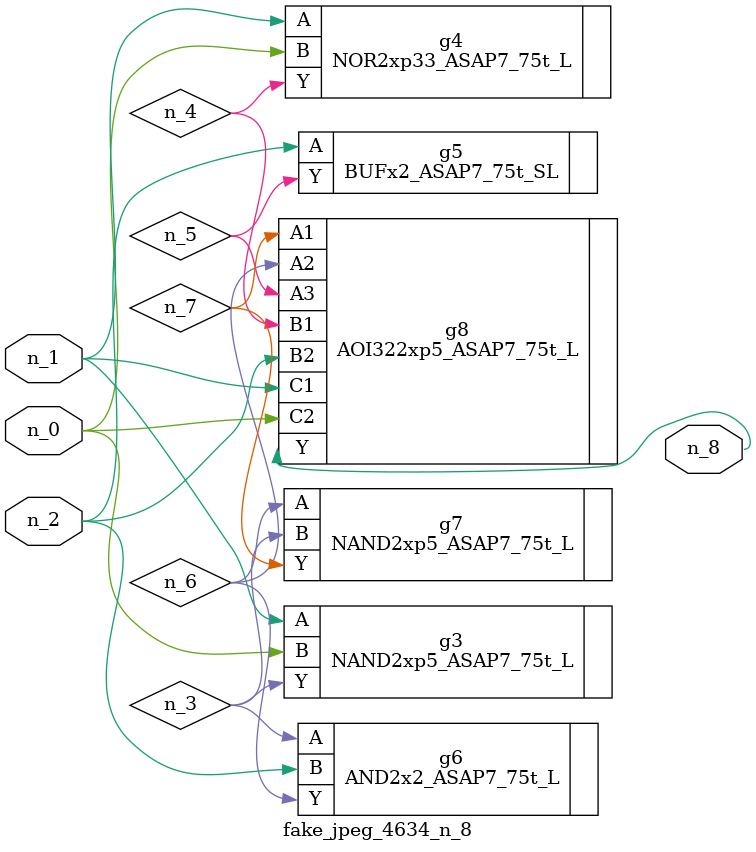
<source format=v>
module fake_jpeg_4634_n_8 (n_0, n_2, n_1, n_8);

input n_0;
input n_2;
input n_1;

output n_8;

wire n_3;
wire n_4;
wire n_6;
wire n_5;
wire n_7;

NAND2xp5_ASAP7_75t_L g3 ( 
.A(n_1),
.B(n_0),
.Y(n_3)
);

NOR2xp33_ASAP7_75t_L g4 ( 
.A(n_1),
.B(n_0),
.Y(n_4)
);

BUFx2_ASAP7_75t_SL g5 ( 
.A(n_2),
.Y(n_5)
);

AND2x2_ASAP7_75t_L g6 ( 
.A(n_3),
.B(n_2),
.Y(n_6)
);

NAND2xp5_ASAP7_75t_L g7 ( 
.A(n_6),
.B(n_3),
.Y(n_7)
);

AOI322xp5_ASAP7_75t_L g8 ( 
.A1(n_7),
.A2(n_6),
.A3(n_5),
.B1(n_4),
.B2(n_2),
.C1(n_1),
.C2(n_0),
.Y(n_8)
);


endmodule
</source>
